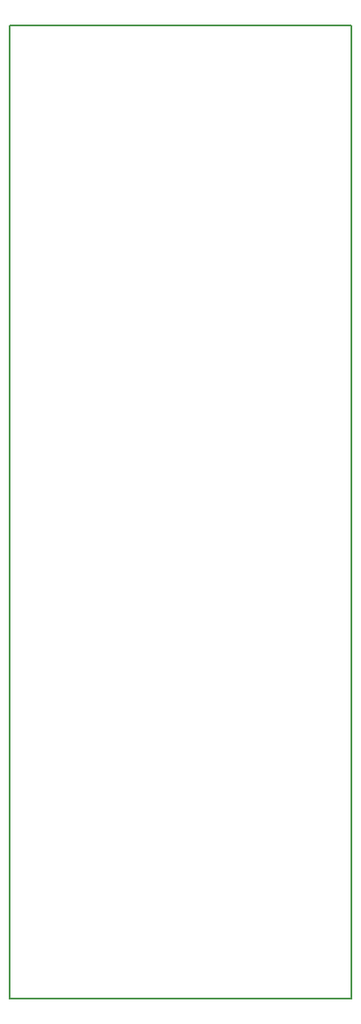
<source format=gbr>
%TF.GenerationSoftware,KiCad,Pcbnew,9.0.1*%
%TF.CreationDate,2025-07-21T15:53:40-04:00*%
%TF.ProjectId,wrangler,7772616e-676c-4657-922e-6b696361645f,rev?*%
%TF.SameCoordinates,Original*%
%TF.FileFunction,Profile,NP*%
%FSLAX46Y46*%
G04 Gerber Fmt 4.6, Leading zero omitted, Abs format (unit mm)*
G04 Created by KiCad (PCBNEW 9.0.1) date 2025-07-21 15:53:40*
%MOMM*%
%LPD*%
G01*
G04 APERTURE LIST*
%TA.AperFunction,Profile*%
%ADD10C,0.200000*%
%TD*%
G04 APERTURE END LIST*
D10*
X177600000Y-56500000D02*
X210600000Y-56500000D01*
X210600000Y-150500000D01*
X177600000Y-150500000D01*
X177600000Y-56500000D01*
M02*

</source>
